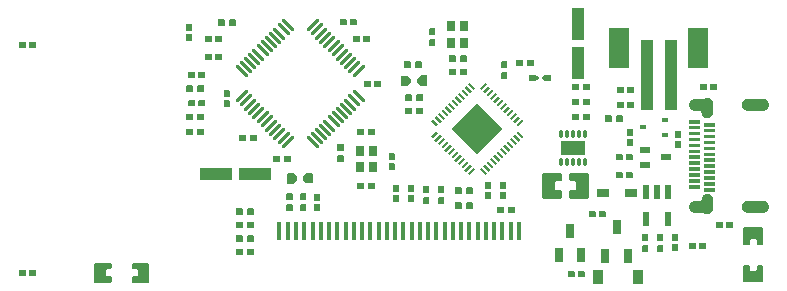
<source format=gtp>
G04 Layer: TopPasteMaskLayer*
G04 EasyEDA v6.5.48, 2025-04-05 08:48:53*
G04 1f2a1f73008143329cf71d76b7b06197,b9277fd2045942759ab1a28cc0c323af,10*
G04 Gerber Generator version 0.2*
G04 Scale: 100 percent, Rotated: No, Reflected: No *
G04 Dimensions in inches *
G04 leading zeros omitted , absolute positions ,3 integer and 6 decimal *
%FSLAX36Y36*%
%MOIN*%

%AMMACRO1*1,1,$1,$2,$3*1,1,$1,$4,$5*20,1,$1,$2,$3,$4,$5,0*%
%ADD10R,0.0394X0.0295*%
%ADD11R,0.0369X0.0197*%
%ADD12R,0.0236X0.0157*%
%ADD13R,0.0433X0.1102*%
%ADD14R,0.1102X0.0433*%
%ADD15R,0.0787X0.0472*%
%ADD16O,0.011024X0.031495999999999996*%
%ADD17R,0.0374X0.0453*%
%ADD18R,0.0276X0.0492*%
%ADD19R,0.0193X0.0456*%
%ADD20R,0.0193X0.0463*%
%ADD21R,0.0138X0.0630*%
%ADD22R,0.0315X0.0354*%
%ADD23R,0.0394X0.2362*%
%ADD24R,0.0709X0.1339*%
%ADD25MACRO1,0.0106X-0.0171X0.0171X0.0171X-0.0171*%
%ADD26MACRO1,0.0106X-0.0171X-0.0171X0.0171X0.0171*%
%ADD27C,0.0148*%

%LPD*%
G36*
X2631900Y2475640D02*
G01*
X2630320Y2474060D01*
X2630320Y2455940D01*
X2631900Y2454360D01*
X2651600Y2454360D01*
X2653180Y2455940D01*
X2653180Y2474060D01*
X2651600Y2475640D01*
G37*
G36*
X2598399Y2475640D02*
G01*
X2596820Y2474060D01*
X2596820Y2455940D01*
X2598399Y2454360D01*
X2618100Y2454360D01*
X2619680Y2455940D01*
X2619680Y2474060D01*
X2618100Y2475640D01*
G37*
G36*
X2631900Y2415640D02*
G01*
X2630320Y2414060D01*
X2630320Y2395940D01*
X2631900Y2394360D01*
X2651600Y2394360D01*
X2653180Y2395940D01*
X2653180Y2414060D01*
X2651600Y2415640D01*
G37*
G36*
X2598399Y2415640D02*
G01*
X2596820Y2414060D01*
X2596820Y2395940D01*
X2598399Y2394360D01*
X2618100Y2394360D01*
X2619680Y2395940D01*
X2619680Y2414060D01*
X2618100Y2415640D01*
G37*
G36*
X2795940Y2553180D02*
G01*
X2794360Y2551600D01*
X2794360Y2531880D01*
X2795940Y2530320D01*
X2814060Y2530320D01*
X2815640Y2531880D01*
X2815640Y2551600D01*
X2814060Y2553180D01*
G37*
G36*
X2795940Y2519680D02*
G01*
X2794360Y2518120D01*
X2794360Y2498400D01*
X2795940Y2496820D01*
X2814060Y2496820D01*
X2815640Y2498400D01*
X2815640Y2518120D01*
X2814060Y2519680D01*
G37*
G36*
X2635940Y2558180D02*
G01*
X2634360Y2556600D01*
X2634360Y2536880D01*
X2635940Y2535320D01*
X2654060Y2535320D01*
X2655640Y2536880D01*
X2655640Y2556600D01*
X2654060Y2558180D01*
G37*
G36*
X2635940Y2524680D02*
G01*
X2634360Y2523120D01*
X2634360Y2503400D01*
X2635940Y2501820D01*
X2654060Y2501820D01*
X2655640Y2503400D01*
X2655640Y2523120D01*
X2654060Y2524680D01*
G37*
G36*
X2355800Y2412520D02*
G01*
X2351860Y2408580D01*
X2351860Y2331420D01*
X2355800Y2327480D01*
X2413660Y2327480D01*
X2417600Y2331420D01*
X2417600Y2351600D01*
X2413660Y2355540D01*
X2398280Y2355540D01*
X2394340Y2359480D01*
X2394340Y2380520D01*
X2398280Y2384460D01*
X2413660Y2384460D01*
X2417600Y2388400D01*
X2417600Y2408580D01*
X2413660Y2412520D01*
G37*
G36*
X2446340Y2412520D02*
G01*
X2442400Y2408580D01*
X2442400Y2388400D01*
X2446340Y2384460D01*
X2461740Y2384460D01*
X2465680Y2380520D01*
X2465680Y2359480D01*
X2461740Y2355540D01*
X2446340Y2355540D01*
X2442400Y2351600D01*
X2442400Y2331420D01*
X2446340Y2327480D01*
X2504220Y2327480D01*
X2508160Y2331420D01*
X2508160Y2408580D01*
X2504220Y2412520D01*
G37*
G36*
X1565720Y2411820D02*
G01*
X1554940Y2400260D01*
X1554940Y2389380D01*
X1565720Y2377800D01*
X1585540Y2377800D01*
X1588060Y2380320D01*
X1588060Y2409300D01*
X1585540Y2411820D01*
G37*
G36*
X1504019Y2411380D02*
G01*
X1501500Y2408860D01*
X1501500Y2379880D01*
X1504019Y2377360D01*
X1523839Y2377360D01*
X1534620Y2388920D01*
X1534620Y2399820D01*
X1523839Y2411380D01*
G37*
G36*
X1884520Y2737200D02*
G01*
X1881980Y2734680D01*
X1881980Y2705700D01*
X1884520Y2703180D01*
X1904319Y2703180D01*
X1915120Y2714740D01*
X1915120Y2725620D01*
X1904319Y2737200D01*
G37*
G36*
X1946220Y2737640D02*
G01*
X1935420Y2726080D01*
X1935420Y2715179D01*
X1946220Y2703620D01*
X1966020Y2703620D01*
X1968540Y2706139D01*
X1968540Y2735120D01*
X1966020Y2737640D01*
G37*
G36*
X1905940Y2339680D02*
G01*
X1904360Y2338120D01*
X1904360Y2318400D01*
X1905940Y2316820D01*
X1924060Y2316820D01*
X1925640Y2318400D01*
X1925640Y2338120D01*
X1924060Y2339680D01*
G37*
G36*
X1905940Y2373180D02*
G01*
X1904360Y2371600D01*
X1904360Y2351880D01*
X1905940Y2350320D01*
X1924060Y2350320D01*
X1925640Y2351880D01*
X1925640Y2371600D01*
X1924060Y2373180D01*
G37*
G36*
X1855940Y2339680D02*
G01*
X1854360Y2338120D01*
X1854360Y2318400D01*
X1855940Y2316820D01*
X1874060Y2316820D01*
X1875640Y2318400D01*
X1875640Y2338120D01*
X1874060Y2339680D01*
G37*
G36*
X1855940Y2373180D02*
G01*
X1854360Y2371600D01*
X1854360Y2351880D01*
X1855940Y2350320D01*
X1874060Y2350320D01*
X1875640Y2351880D01*
X1875640Y2371600D01*
X1874060Y2373180D01*
G37*
G36*
X1590940Y2309680D02*
G01*
X1589360Y2308120D01*
X1589360Y2288400D01*
X1590940Y2286820D01*
X1609060Y2286820D01*
X1610640Y2288400D01*
X1610640Y2308120D01*
X1609060Y2309680D01*
G37*
G36*
X1590940Y2343180D02*
G01*
X1589360Y2341600D01*
X1589360Y2321880D01*
X1590940Y2320320D01*
X1609060Y2320320D01*
X1610640Y2321880D01*
X1610640Y2341600D01*
X1609060Y2343180D01*
G37*
G36*
X2471900Y2085640D02*
G01*
X2470320Y2084060D01*
X2470320Y2065940D01*
X2471900Y2064360D01*
X2491600Y2064360D01*
X2493180Y2065940D01*
X2493180Y2084060D01*
X2491600Y2085640D01*
G37*
G36*
X2438400Y2085640D02*
G01*
X2436820Y2084060D01*
X2436820Y2065940D01*
X2438400Y2064360D01*
X2458100Y2064360D01*
X2459680Y2065940D01*
X2459680Y2084060D01*
X2458100Y2085640D01*
G37*
G36*
X641880Y2090640D02*
G01*
X640320Y2089060D01*
X640320Y2070940D01*
X641880Y2069360D01*
X661600Y2069360D01*
X663180Y2070940D01*
X663180Y2089060D01*
X661600Y2090640D01*
G37*
G36*
X608400Y2090640D02*
G01*
X606820Y2089060D01*
X606820Y2070940D01*
X608400Y2069360D01*
X628120Y2069360D01*
X629680Y2070940D01*
X629680Y2089060D01*
X628120Y2090640D01*
G37*
G36*
X641880Y2850640D02*
G01*
X640320Y2849060D01*
X640320Y2830940D01*
X641880Y2829360D01*
X661600Y2829360D01*
X663180Y2830940D01*
X663180Y2849060D01*
X661600Y2850640D01*
G37*
G36*
X608400Y2850640D02*
G01*
X606820Y2849060D01*
X606820Y2830940D01*
X608400Y2829360D01*
X628120Y2829360D01*
X629680Y2830940D01*
X629680Y2849060D01*
X628120Y2850640D01*
G37*
G36*
X1711900Y2925640D02*
G01*
X1710320Y2924060D01*
X1710320Y2905940D01*
X1711900Y2904360D01*
X1731600Y2904360D01*
X1733180Y2905940D01*
X1733180Y2924060D01*
X1731600Y2925640D01*
G37*
G36*
X1678400Y2925640D02*
G01*
X1676819Y2924060D01*
X1676819Y2905940D01*
X1678400Y2904360D01*
X1698100Y2904360D01*
X1699680Y2905940D01*
X1699680Y2924060D01*
X1698100Y2925640D01*
G37*
G36*
X1758400Y2720640D02*
G01*
X1756819Y2719060D01*
X1756819Y2700940D01*
X1758400Y2699360D01*
X1778100Y2699360D01*
X1779680Y2700940D01*
X1779680Y2719060D01*
X1778100Y2720640D01*
G37*
G36*
X1791900Y2720640D02*
G01*
X1790320Y2719060D01*
X1790320Y2700940D01*
X1791900Y2699360D01*
X1811600Y2699360D01*
X1813180Y2700940D01*
X1813180Y2719060D01*
X1811600Y2720640D01*
G37*
G36*
X1840940Y2478180D02*
G01*
X1839360Y2476600D01*
X1839360Y2456880D01*
X1840940Y2455320D01*
X1859060Y2455320D01*
X1860640Y2456880D01*
X1860640Y2476600D01*
X1859060Y2478180D01*
G37*
G36*
X1840940Y2444680D02*
G01*
X1839360Y2443120D01*
X1839360Y2423400D01*
X1840940Y2421820D01*
X1859060Y2421820D01*
X1860640Y2423400D01*
X1860640Y2443120D01*
X1859060Y2444680D01*
G37*
G36*
X1290940Y2688180D02*
G01*
X1289360Y2686600D01*
X1289360Y2666880D01*
X1290940Y2665320D01*
X1309060Y2665320D01*
X1310640Y2666880D01*
X1310640Y2686600D01*
X1309060Y2688180D01*
G37*
G36*
X1290940Y2654680D02*
G01*
X1289360Y2653120D01*
X1289360Y2633399D01*
X1290940Y2631820D01*
X1309060Y2631820D01*
X1310640Y2633399D01*
X1310640Y2653120D01*
X1309060Y2654680D01*
G37*
G36*
X1261900Y2810640D02*
G01*
X1260320Y2809060D01*
X1260320Y2790940D01*
X1261900Y2789360D01*
X1281600Y2789360D01*
X1283180Y2790940D01*
X1283180Y2809060D01*
X1281600Y2810640D01*
G37*
G36*
X1228400Y2810640D02*
G01*
X1226820Y2809060D01*
X1226820Y2790940D01*
X1228400Y2789360D01*
X1248100Y2789360D01*
X1249680Y2790940D01*
X1249680Y2809060D01*
X1248100Y2810640D01*
G37*
G36*
X1261900Y2870640D02*
G01*
X1260320Y2869060D01*
X1260320Y2850940D01*
X1261900Y2849360D01*
X1281600Y2849360D01*
X1283180Y2850940D01*
X1283180Y2869060D01*
X1281600Y2870640D01*
G37*
G36*
X1228400Y2870640D02*
G01*
X1226820Y2869060D01*
X1226820Y2850940D01*
X1228400Y2849360D01*
X1248100Y2849360D01*
X1249680Y2850940D01*
X1249680Y2869060D01*
X1248100Y2870640D01*
G37*
G36*
X1173400Y2750640D02*
G01*
X1171820Y2749060D01*
X1171820Y2730940D01*
X1173400Y2729360D01*
X1193100Y2729360D01*
X1194680Y2730940D01*
X1194680Y2749060D01*
X1193100Y2750640D01*
G37*
G36*
X1206900Y2750640D02*
G01*
X1205320Y2749060D01*
X1205320Y2730940D01*
X1206900Y2729360D01*
X1226600Y2729360D01*
X1228180Y2730940D01*
X1228180Y2749060D01*
X1226600Y2750640D01*
G37*
G36*
X1173400Y2655640D02*
G01*
X1171820Y2654060D01*
X1171820Y2635940D01*
X1173400Y2634360D01*
X1193100Y2634360D01*
X1194680Y2635940D01*
X1194680Y2654060D01*
X1193100Y2655640D01*
G37*
G36*
X1206900Y2655640D02*
G01*
X1205320Y2654060D01*
X1205320Y2635940D01*
X1206900Y2634360D01*
X1226600Y2634360D01*
X1228180Y2635940D01*
X1228180Y2654060D01*
X1226600Y2655640D01*
G37*
G36*
X2160940Y2349680D02*
G01*
X2159360Y2348120D01*
X2159360Y2328400D01*
X2160940Y2326820D01*
X2179060Y2326820D01*
X2180640Y2328400D01*
X2180640Y2348120D01*
X2179060Y2349680D01*
G37*
G36*
X2160940Y2383180D02*
G01*
X2159360Y2381600D01*
X2159360Y2361880D01*
X2160940Y2360320D01*
X2179060Y2360320D01*
X2180640Y2361880D01*
X2180640Y2381600D01*
X2179060Y2383180D01*
G37*
G36*
X1756900Y2870640D02*
G01*
X1755320Y2869060D01*
X1755320Y2850940D01*
X1756900Y2849360D01*
X1776600Y2849360D01*
X1778180Y2850940D01*
X1778180Y2869060D01*
X1776600Y2870640D01*
G37*
G36*
X1723400Y2870640D02*
G01*
X1721819Y2869060D01*
X1721819Y2850940D01*
X1723400Y2849360D01*
X1743100Y2849360D01*
X1744680Y2850940D01*
X1744680Y2869060D01*
X1743100Y2870640D01*
G37*
G36*
X2785940Y2174680D02*
G01*
X2784360Y2173120D01*
X2784360Y2153400D01*
X2785940Y2151820D01*
X2804060Y2151820D01*
X2805640Y2153400D01*
X2805640Y2173120D01*
X2804060Y2174680D01*
G37*
G36*
X2785940Y2208180D02*
G01*
X2784360Y2206600D01*
X2784360Y2186880D01*
X2785940Y2185320D01*
X2804060Y2185320D01*
X2805640Y2186880D01*
X2805640Y2206600D01*
X2804060Y2208180D01*
G37*
G36*
X2636900Y2650640D02*
G01*
X2635320Y2649060D01*
X2635320Y2630940D01*
X2636900Y2629360D01*
X2656600Y2629360D01*
X2658180Y2630940D01*
X2658180Y2649060D01*
X2656600Y2650640D01*
G37*
G36*
X2603399Y2650640D02*
G01*
X2601820Y2649060D01*
X2601820Y2630940D01*
X2603399Y2629360D01*
X2623100Y2629360D01*
X2624680Y2630940D01*
X2624680Y2649060D01*
X2623100Y2650640D01*
G37*
G36*
X2603399Y2700640D02*
G01*
X2601820Y2699060D01*
X2601820Y2680940D01*
X2603399Y2679360D01*
X2623100Y2679360D01*
X2624680Y2680940D01*
X2624680Y2699060D01*
X2623100Y2700640D01*
G37*
G36*
X2636900Y2700640D02*
G01*
X2635320Y2699060D01*
X2635320Y2680940D01*
X2636900Y2679360D01*
X2656600Y2679360D01*
X2658180Y2680940D01*
X2658180Y2699060D01*
X2656600Y2700640D01*
G37*
G36*
X2966900Y2250640D02*
G01*
X2965320Y2249060D01*
X2965320Y2230940D01*
X2966900Y2229360D01*
X2986600Y2229360D01*
X2988180Y2230940D01*
X2988180Y2249060D01*
X2986600Y2250640D01*
G37*
G36*
X2933399Y2250640D02*
G01*
X2931820Y2249060D01*
X2931820Y2230940D01*
X2933399Y2229360D01*
X2953100Y2229360D01*
X2954680Y2230940D01*
X2954680Y2249060D01*
X2953100Y2250640D01*
G37*
G36*
X2911900Y2710640D02*
G01*
X2910320Y2709060D01*
X2910320Y2690940D01*
X2911900Y2689360D01*
X2931600Y2689360D01*
X2933180Y2690940D01*
X2933180Y2709060D01*
X2931600Y2710640D01*
G37*
G36*
X2878399Y2710640D02*
G01*
X2876820Y2709060D01*
X2876820Y2690940D01*
X2878399Y2689360D01*
X2898100Y2689360D01*
X2899680Y2690940D01*
X2899680Y2709060D01*
X2898100Y2710640D01*
G37*
G36*
X2541900Y2285640D02*
G01*
X2540320Y2284060D01*
X2540320Y2265940D01*
X2541900Y2264360D01*
X2561600Y2264360D01*
X2563180Y2265940D01*
X2563180Y2284060D01*
X2561600Y2285640D01*
G37*
G36*
X2508400Y2285640D02*
G01*
X2506820Y2284060D01*
X2506820Y2265940D01*
X2508400Y2264360D01*
X2528100Y2264360D01*
X2529680Y2265940D01*
X2529680Y2284060D01*
X2528100Y2285640D01*
G37*
G36*
X2210940Y2349680D02*
G01*
X2209360Y2348120D01*
X2209360Y2328400D01*
X2210940Y2326820D01*
X2229060Y2326820D01*
X2230640Y2328400D01*
X2230640Y2348120D01*
X2229060Y2349680D01*
G37*
G36*
X2210940Y2383180D02*
G01*
X2209360Y2381600D01*
X2209360Y2361880D01*
X2210940Y2360320D01*
X2229060Y2360320D01*
X2230640Y2361880D01*
X2230640Y2381600D01*
X2229060Y2383180D01*
G37*
G36*
X2843399Y2180640D02*
G01*
X2841820Y2179060D01*
X2841820Y2160940D01*
X2843399Y2159360D01*
X2863100Y2159360D01*
X2864680Y2160940D01*
X2864680Y2179060D01*
X2863100Y2180640D01*
G37*
G36*
X2876900Y2180640D02*
G01*
X2875320Y2179060D01*
X2875320Y2160940D01*
X2876900Y2159360D01*
X2896600Y2159360D01*
X2898180Y2160940D01*
X2898180Y2179060D01*
X2896600Y2180640D01*
G37*
G36*
X1165940Y2908180D02*
G01*
X1164360Y2906600D01*
X1164360Y2886880D01*
X1165940Y2885320D01*
X1184060Y2885320D01*
X1185640Y2886880D01*
X1185640Y2906600D01*
X1184060Y2908180D01*
G37*
G36*
X1165940Y2874680D02*
G01*
X1164360Y2873120D01*
X1164360Y2853399D01*
X1165940Y2851820D01*
X1184060Y2851820D01*
X1185640Y2853399D01*
X1185640Y2873120D01*
X1184060Y2874680D01*
G37*
G36*
X2839420Y2372560D02*
G01*
X2839420Y2360740D01*
X2876820Y2360740D01*
X2876820Y2372560D01*
G37*
G36*
X2839420Y2392240D02*
G01*
X2839420Y2380420D01*
X2876820Y2380420D01*
X2876820Y2392240D01*
G37*
G36*
X2839420Y2411920D02*
G01*
X2839420Y2400120D01*
X2876820Y2400120D01*
X2876820Y2411920D01*
G37*
G36*
X2839420Y2431620D02*
G01*
X2839420Y2419800D01*
X2876820Y2419800D01*
X2876820Y2431620D01*
G37*
G36*
X2839420Y2451300D02*
G01*
X2839420Y2439480D01*
X2876820Y2439480D01*
X2876820Y2451300D01*
G37*
G36*
X2839420Y2470980D02*
G01*
X2839420Y2459160D01*
X2876820Y2459160D01*
X2876820Y2470980D01*
G37*
G36*
X2839420Y2490660D02*
G01*
X2839420Y2478860D01*
X2876820Y2478860D01*
X2876820Y2490660D01*
G37*
G36*
X2839420Y2510360D02*
G01*
X2839420Y2498540D01*
X2876820Y2498540D01*
X2876820Y2510360D01*
G37*
G36*
X2839420Y2530040D02*
G01*
X2839420Y2518220D01*
X2876820Y2518220D01*
X2876820Y2530040D01*
G37*
G36*
X2839420Y2549720D02*
G01*
X2839420Y2537900D01*
X2876820Y2537900D01*
X2876820Y2549720D01*
G37*
G36*
X2839420Y2569400D02*
G01*
X2839420Y2557600D01*
X2876820Y2557600D01*
X2876820Y2569400D01*
G37*
G36*
X2839420Y2589100D02*
G01*
X2839420Y2577280D01*
X2876820Y2577280D01*
X2876820Y2589100D01*
G37*
G36*
X2890600Y2579240D02*
G01*
X2890600Y2567440D01*
X2928000Y2567440D01*
X2928000Y2579240D01*
G37*
G36*
X2890600Y2559560D02*
G01*
X2890600Y2547760D01*
X2928000Y2547760D01*
X2928000Y2559560D01*
G37*
G36*
X2890600Y2539880D02*
G01*
X2890600Y2528060D01*
X2928000Y2528060D01*
X2928000Y2539880D01*
G37*
G36*
X2890600Y2520200D02*
G01*
X2890600Y2508380D01*
X2928000Y2508380D01*
X2928000Y2520200D01*
G37*
G36*
X2890600Y2500500D02*
G01*
X2890600Y2488700D01*
X2928000Y2488700D01*
X2928000Y2500500D01*
G37*
G36*
X2890600Y2480820D02*
G01*
X2890600Y2469020D01*
X2928000Y2469020D01*
X2928000Y2480820D01*
G37*
G36*
X2890600Y2461140D02*
G01*
X2890600Y2449320D01*
X2928000Y2449320D01*
X2928000Y2461140D01*
G37*
G36*
X2890600Y2441460D02*
G01*
X2890600Y2429640D01*
X2928000Y2429640D01*
X2928000Y2441460D01*
G37*
G36*
X2890600Y2421760D02*
G01*
X2890600Y2409960D01*
X2928000Y2409960D01*
X2928000Y2421760D01*
G37*
G36*
X2890600Y2402080D02*
G01*
X2890600Y2390280D01*
X2928000Y2390280D01*
X2928000Y2402080D01*
G37*
G36*
X2890600Y2382400D02*
G01*
X2890600Y2370580D01*
X2928000Y2370580D01*
X2928000Y2382400D01*
G37*
G36*
X2890600Y2362720D02*
G01*
X2890600Y2350900D01*
X2928000Y2350900D01*
X2928000Y2362720D01*
G37*
G36*
X3036280Y2319600D02*
G01*
X3034320Y2319500D01*
X3032380Y2319220D01*
X3030480Y2318740D01*
X3028639Y2318060D01*
X3026860Y2317200D01*
X3025200Y2316180D01*
X3023620Y2315000D01*
X3022180Y2313660D01*
X3020880Y2312200D01*
X3019740Y2310600D01*
X3018759Y2308900D01*
X3017960Y2307120D01*
X3017340Y2305260D01*
X3016900Y2303340D01*
X3016640Y2301400D01*
X3016600Y2299420D01*
X3016740Y2297480D01*
X3017080Y2295540D01*
X3017620Y2293660D01*
X3018340Y2291820D01*
X3019240Y2290080D01*
X3020299Y2288420D01*
X3021520Y2286900D01*
X3022900Y2285480D01*
X3024400Y2284220D01*
X3026019Y2283120D01*
X3027740Y2282180D01*
X3029540Y2281420D01*
X3031420Y2280840D01*
X3033340Y2280460D01*
X3035299Y2280260D01*
X3087460Y2280240D01*
X3089420Y2280340D01*
X3091360Y2280620D01*
X3093260Y2281100D01*
X3095100Y2281780D01*
X3096880Y2282640D01*
X3098540Y2283660D01*
X3100120Y2284840D01*
X3101560Y2286180D01*
X3102860Y2287640D01*
X3104000Y2289240D01*
X3104980Y2290940D01*
X3105779Y2292720D01*
X3106400Y2294580D01*
X3106840Y2296500D01*
X3107100Y2298440D01*
X3107140Y2300420D01*
X3107000Y2302360D01*
X3106660Y2304300D01*
X3106120Y2306180D01*
X3105400Y2308020D01*
X3104500Y2309760D01*
X3103440Y2311420D01*
X3102220Y2312940D01*
X3100860Y2314340D01*
X3099340Y2315620D01*
X3097720Y2316720D01*
X3096000Y2317660D01*
X3094200Y2318420D01*
X3092320Y2319000D01*
X3090400Y2319380D01*
X3088440Y2319580D01*
G37*
G36*
X3036280Y2659760D02*
G01*
X3034320Y2659660D01*
X3032380Y2659380D01*
X3030480Y2658900D01*
X3028639Y2658220D01*
X3026860Y2657360D01*
X3025200Y2656340D01*
X3023620Y2655160D01*
X3022180Y2653820D01*
X3020880Y2652360D01*
X3019740Y2650760D01*
X3018759Y2649060D01*
X3017960Y2647280D01*
X3017340Y2645419D01*
X3016900Y2643500D01*
X3016640Y2641560D01*
X3016600Y2639580D01*
X3016740Y2637640D01*
X3017080Y2635700D01*
X3017620Y2633820D01*
X3018340Y2631980D01*
X3019240Y2630240D01*
X3020299Y2628580D01*
X3021520Y2627060D01*
X3022900Y2625659D01*
X3024400Y2624380D01*
X3026019Y2623279D01*
X3027740Y2622340D01*
X3029540Y2621580D01*
X3031420Y2621000D01*
X3033340Y2620620D01*
X3035299Y2620419D01*
X3087460Y2620400D01*
X3089420Y2620500D01*
X3091360Y2620779D01*
X3093260Y2621259D01*
X3095100Y2621940D01*
X3096880Y2622799D01*
X3098540Y2623820D01*
X3100120Y2625000D01*
X3101560Y2626340D01*
X3102860Y2627799D01*
X3104000Y2629400D01*
X3104980Y2631100D01*
X3105779Y2632880D01*
X3106400Y2634740D01*
X3106840Y2636660D01*
X3107100Y2638600D01*
X3107140Y2640580D01*
X3107000Y2642520D01*
X3106660Y2644460D01*
X3106120Y2646340D01*
X3105400Y2648180D01*
X3104500Y2649920D01*
X3103440Y2651580D01*
X3102220Y2653100D01*
X3100860Y2654520D01*
X3099340Y2655779D01*
X3097720Y2656880D01*
X3096000Y2657820D01*
X3094200Y2658580D01*
X3092320Y2659160D01*
X3090400Y2659540D01*
X3088440Y2659740D01*
G37*
G36*
X2901700Y2662760D02*
G01*
X2899760Y2662620D01*
X2897820Y2662280D01*
X2895940Y2661740D01*
X2894100Y2661019D01*
X2891640Y2659680D01*
X2860320Y2659660D01*
X2858360Y2659460D01*
X2856440Y2659080D01*
X2854560Y2658500D01*
X2852760Y2657740D01*
X2851040Y2656800D01*
X2849420Y2655700D01*
X2847919Y2654440D01*
X2846540Y2653020D01*
X2845320Y2651500D01*
X2844260Y2649840D01*
X2843360Y2648100D01*
X2842640Y2646259D01*
X2842100Y2644380D01*
X2841760Y2642440D01*
X2841620Y2640500D01*
X2841660Y2638519D01*
X2841920Y2636580D01*
X2842340Y2634660D01*
X2842980Y2632799D01*
X2843780Y2631019D01*
X2844760Y2629320D01*
X2845899Y2627720D01*
X2847200Y2626259D01*
X2848639Y2624920D01*
X2850200Y2623740D01*
X2851880Y2622720D01*
X2853660Y2621860D01*
X2855500Y2621200D01*
X2857400Y2620700D01*
X2859340Y2620419D01*
X2861300Y2620320D01*
X2882520Y2620320D01*
X2882540Y2614540D01*
X2882740Y2612580D01*
X2883120Y2610659D01*
X2883700Y2608780D01*
X2884460Y2606980D01*
X2885400Y2605260D01*
X2886500Y2603639D01*
X2887780Y2602140D01*
X2889180Y2600760D01*
X2890700Y2599540D01*
X2892360Y2598480D01*
X2894100Y2597580D01*
X2895940Y2596860D01*
X2897820Y2596320D01*
X2899760Y2595980D01*
X2901700Y2595840D01*
X2903680Y2595899D01*
X2905620Y2596139D01*
X2907540Y2596580D01*
X2909400Y2597200D01*
X2911180Y2598000D01*
X2912880Y2598980D01*
X2914480Y2600140D01*
X2915940Y2601420D01*
X2917280Y2602860D01*
X2918460Y2604440D01*
X2919480Y2606100D01*
X2920340Y2607880D01*
X2921000Y2609720D01*
X2921500Y2611620D01*
X2921780Y2613560D01*
X2921880Y2615520D01*
X2921860Y2644060D01*
X2921660Y2646019D01*
X2921280Y2647940D01*
X2920700Y2649820D01*
X2919940Y2651620D01*
X2919000Y2653340D01*
X2917900Y2654960D01*
X2916620Y2656460D01*
X2915220Y2657840D01*
X2913700Y2659060D01*
X2912040Y2660120D01*
X2910299Y2661019D01*
X2908460Y2661740D01*
X2906580Y2662280D01*
X2904640Y2662620D01*
G37*
G36*
X2901700Y2342760D02*
G01*
X2899760Y2342620D01*
X2897820Y2342280D01*
X2895940Y2341740D01*
X2894100Y2341020D01*
X2892360Y2340120D01*
X2890700Y2339060D01*
X2889180Y2337840D01*
X2887780Y2336460D01*
X2886500Y2334960D01*
X2885400Y2333340D01*
X2884460Y2331620D01*
X2883700Y2329820D01*
X2883120Y2327940D01*
X2882740Y2326020D01*
X2882540Y2324060D01*
X2882520Y2319680D01*
X2860320Y2319660D01*
X2858360Y2319460D01*
X2856440Y2319080D01*
X2854560Y2318500D01*
X2852760Y2317740D01*
X2851040Y2316800D01*
X2849420Y2315700D01*
X2847919Y2314440D01*
X2846540Y2313020D01*
X2845320Y2311500D01*
X2844260Y2309840D01*
X2843360Y2308100D01*
X2842640Y2306260D01*
X2842100Y2304380D01*
X2841760Y2302440D01*
X2841620Y2300500D01*
X2841660Y2298520D01*
X2841920Y2296580D01*
X2842340Y2294660D01*
X2842980Y2292800D01*
X2843780Y2291020D01*
X2844760Y2289320D01*
X2845899Y2287720D01*
X2847200Y2286260D01*
X2848639Y2284920D01*
X2850200Y2283740D01*
X2851880Y2282720D01*
X2853660Y2281860D01*
X2855500Y2281200D01*
X2857400Y2280700D01*
X2859340Y2280420D01*
X2861300Y2280320D01*
X2889700Y2280320D01*
X2890700Y2279540D01*
X2892360Y2278480D01*
X2894100Y2277580D01*
X2895940Y2276860D01*
X2897820Y2276320D01*
X2899760Y2275980D01*
X2901700Y2275840D01*
X2903680Y2275900D01*
X2905620Y2276140D01*
X2907540Y2276580D01*
X2909400Y2277200D01*
X2911180Y2278000D01*
X2912880Y2278980D01*
X2914480Y2280140D01*
X2915940Y2281420D01*
X2917280Y2282860D01*
X2918460Y2284440D01*
X2919480Y2286100D01*
X2920340Y2287880D01*
X2921000Y2289720D01*
X2921500Y2291620D01*
X2921780Y2293560D01*
X2921880Y2295520D01*
X2921860Y2324060D01*
X2921660Y2326020D01*
X2921280Y2327940D01*
X2920700Y2329820D01*
X2919940Y2331620D01*
X2919000Y2333340D01*
X2917900Y2334960D01*
X2916620Y2336460D01*
X2915220Y2337840D01*
X2913700Y2339060D01*
X2912040Y2340120D01*
X2910299Y2341020D01*
X2908460Y2341740D01*
X2906580Y2342280D01*
X2904640Y2342620D01*
G37*
G36*
X2489840Y2610820D02*
G01*
X2487080Y2608860D01*
X2487080Y2591139D01*
X2489840Y2589180D01*
X2508740Y2589180D01*
X2510700Y2591139D01*
X2510700Y2608860D01*
X2508740Y2610820D01*
G37*
G36*
X2451260Y2610820D02*
G01*
X2449300Y2608860D01*
X2449300Y2591139D01*
X2451260Y2589180D01*
X2470160Y2589180D01*
X2472920Y2591139D01*
X2472920Y2608860D01*
X2470160Y2610820D01*
G37*
G36*
X2561259Y2605820D02*
G01*
X2559300Y2603860D01*
X2559300Y2586139D01*
X2561259Y2584180D01*
X2580160Y2584180D01*
X2582919Y2586139D01*
X2582919Y2603860D01*
X2580160Y2605820D01*
G37*
G36*
X2599840Y2605820D02*
G01*
X2597080Y2603860D01*
X2597080Y2586139D01*
X2599840Y2584180D01*
X2618740Y2584180D01*
X2620700Y2586139D01*
X2620700Y2603860D01*
X2618740Y2605820D01*
G37*
G36*
X2360900Y2740640D02*
G01*
X2350320Y2733399D01*
X2350320Y2726600D01*
X2360900Y2719360D01*
X2380440Y2719360D01*
X2382020Y2720940D01*
X2382020Y2739060D01*
X2380440Y2740640D01*
G37*
G36*
X2309560Y2740640D02*
G01*
X2307980Y2739060D01*
X2307980Y2720940D01*
X2309560Y2719360D01*
X2329100Y2719360D01*
X2339680Y2726600D01*
X2339680Y2733399D01*
X2329100Y2740640D01*
G37*
G36*
X2736139Y2210700D02*
G01*
X2734180Y2208740D01*
X2734180Y2189840D01*
X2736139Y2187080D01*
X2753860Y2187080D01*
X2755820Y2189840D01*
X2755820Y2208740D01*
X2753860Y2210700D01*
G37*
G36*
X2736139Y2172920D02*
G01*
X2734180Y2170160D01*
X2734180Y2151260D01*
X2736139Y2149300D01*
X2753860Y2149300D01*
X2755820Y2151260D01*
X2755820Y2170160D01*
X2753860Y2172920D01*
G37*
G36*
X1976140Y2895700D02*
G01*
X1974180Y2893740D01*
X1974180Y2874840D01*
X1976140Y2872080D01*
X1993860Y2872080D01*
X1995820Y2874840D01*
X1995820Y2893740D01*
X1993860Y2895700D01*
G37*
G36*
X1976140Y2857919D02*
G01*
X1974180Y2855160D01*
X1974180Y2836259D01*
X1976140Y2834300D01*
X1993860Y2834300D01*
X1995820Y2836259D01*
X1995820Y2855160D01*
X1993860Y2857919D01*
G37*
G36*
X2079840Y2805820D02*
G01*
X2077080Y2803860D01*
X2077080Y2786139D01*
X2079840Y2784180D01*
X2098740Y2784180D01*
X2100700Y2786139D01*
X2100700Y2803860D01*
X2098740Y2805820D01*
G37*
G36*
X2041260Y2805820D02*
G01*
X2039300Y2803860D01*
X2039300Y2786139D01*
X2041260Y2784180D01*
X2060160Y2784180D01*
X2062920Y2786139D01*
X2062920Y2803860D01*
X2060160Y2805820D01*
G37*
G36*
X2201260Y2300820D02*
G01*
X2199300Y2298860D01*
X2199300Y2281140D01*
X2201260Y2279180D01*
X2220160Y2279180D01*
X2222920Y2281140D01*
X2222920Y2298860D01*
X2220160Y2300820D01*
G37*
G36*
X2239840Y2300820D02*
G01*
X2237080Y2298860D01*
X2237080Y2281140D01*
X2239840Y2279180D01*
X2258740Y2279180D01*
X2260700Y2281140D01*
X2260700Y2298860D01*
X2258740Y2300820D01*
G37*
G36*
X2099840Y2315820D02*
G01*
X2097080Y2313860D01*
X2097080Y2296140D01*
X2099840Y2294180D01*
X2118740Y2294180D01*
X2120700Y2296140D01*
X2120700Y2313860D01*
X2118740Y2315820D01*
G37*
G36*
X2061260Y2315820D02*
G01*
X2059300Y2313860D01*
X2059300Y2296140D01*
X2061260Y2294180D01*
X2080160Y2294180D01*
X2082920Y2296140D01*
X2082920Y2313860D01*
X2080160Y2315820D01*
G37*
G36*
X2006140Y2370700D02*
G01*
X2004180Y2368740D01*
X2004180Y2349840D01*
X2006140Y2347080D01*
X2023860Y2347080D01*
X2025820Y2349840D01*
X2025820Y2368740D01*
X2023860Y2370700D01*
G37*
G36*
X2006140Y2332920D02*
G01*
X2004180Y2330160D01*
X2004180Y2311260D01*
X2006140Y2309300D01*
X2023860Y2309300D01*
X2025820Y2311260D01*
X2025820Y2330160D01*
X2023860Y2332920D01*
G37*
G36*
X1956140Y2370700D02*
G01*
X1954180Y2368740D01*
X1954180Y2349840D01*
X1956140Y2347080D01*
X1973860Y2347080D01*
X1975820Y2349840D01*
X1975820Y2368740D01*
X1973860Y2370700D01*
G37*
G36*
X1956140Y2332920D02*
G01*
X1954180Y2330160D01*
X1954180Y2311260D01*
X1956140Y2309300D01*
X1973860Y2309300D01*
X1975820Y2311260D01*
X1975820Y2330160D01*
X1973860Y2332920D01*
G37*
G36*
X1546140Y2345700D02*
G01*
X1544180Y2343740D01*
X1544180Y2324840D01*
X1546140Y2322080D01*
X1563860Y2322080D01*
X1565820Y2324840D01*
X1565820Y2343740D01*
X1563860Y2345700D01*
G37*
G36*
X1546140Y2307920D02*
G01*
X1544180Y2305160D01*
X1544180Y2286260D01*
X1546140Y2284300D01*
X1563860Y2284300D01*
X1565820Y2286260D01*
X1565820Y2305160D01*
X1563860Y2307920D01*
G37*
G36*
X1501140Y2345700D02*
G01*
X1499180Y2343740D01*
X1499180Y2324840D01*
X1501140Y2322080D01*
X1518860Y2322080D01*
X1520820Y2324840D01*
X1520820Y2343740D01*
X1518860Y2345700D01*
G37*
G36*
X1501140Y2307920D02*
G01*
X1499180Y2305160D01*
X1499180Y2286260D01*
X1501140Y2284300D01*
X1518860Y2284300D01*
X1520820Y2286260D01*
X1520820Y2305160D01*
X1518860Y2307920D01*
G37*
G36*
X1671140Y2472920D02*
G01*
X1669180Y2470160D01*
X1669180Y2451260D01*
X1671140Y2449300D01*
X1688860Y2449300D01*
X1690820Y2451260D01*
X1690820Y2470160D01*
X1688860Y2472920D01*
G37*
G36*
X1671140Y2510700D02*
G01*
X1669180Y2508740D01*
X1669180Y2489840D01*
X1671140Y2487080D01*
X1688860Y2487080D01*
X1690820Y2489840D01*
X1690820Y2508740D01*
X1688860Y2510700D01*
G37*
G36*
X1379840Y2540820D02*
G01*
X1377080Y2538860D01*
X1377080Y2521140D01*
X1379840Y2519180D01*
X1398740Y2519180D01*
X1400700Y2521140D01*
X1400700Y2538860D01*
X1398740Y2540820D01*
G37*
G36*
X1341260Y2540820D02*
G01*
X1339300Y2538860D01*
X1339300Y2521140D01*
X1341260Y2519180D01*
X1360160Y2519180D01*
X1362920Y2521140D01*
X1362920Y2538860D01*
X1360160Y2540820D01*
G37*
G36*
X1456260Y2470820D02*
G01*
X1454300Y2468860D01*
X1454300Y2451140D01*
X1456260Y2449180D01*
X1475160Y2449180D01*
X1477920Y2451140D01*
X1477920Y2468860D01*
X1475160Y2470820D01*
G37*
G36*
X1494840Y2470820D02*
G01*
X1492080Y2468860D01*
X1492080Y2451140D01*
X1494840Y2449180D01*
X1513740Y2449180D01*
X1515700Y2451140D01*
X1515700Y2468860D01*
X1513740Y2470820D01*
G37*
G36*
X1736260Y2380820D02*
G01*
X1734300Y2378860D01*
X1734300Y2361140D01*
X1736260Y2359180D01*
X1755160Y2359180D01*
X1757920Y2361140D01*
X1757920Y2378860D01*
X1755160Y2380820D01*
G37*
G36*
X1774840Y2380820D02*
G01*
X1772080Y2378860D01*
X1772080Y2361140D01*
X1774840Y2359180D01*
X1793740Y2359180D01*
X1795700Y2361140D01*
X1795700Y2378860D01*
X1793740Y2380820D01*
G37*
G36*
X1774840Y2560820D02*
G01*
X1772080Y2558860D01*
X1772080Y2541140D01*
X1774840Y2539180D01*
X1793740Y2539180D01*
X1795700Y2541140D01*
X1795700Y2558860D01*
X1793740Y2560820D01*
G37*
G36*
X1736260Y2560820D02*
G01*
X1734300Y2558860D01*
X1734300Y2541140D01*
X1736260Y2539180D01*
X1755160Y2539180D01*
X1757920Y2541140D01*
X1757920Y2558860D01*
X1755160Y2560820D01*
G37*
G36*
X1369840Y2295820D02*
G01*
X1367080Y2293860D01*
X1367080Y2276140D01*
X1369840Y2274180D01*
X1388740Y2274180D01*
X1390700Y2276140D01*
X1390700Y2293860D01*
X1388740Y2295820D01*
G37*
G36*
X1331260Y2295820D02*
G01*
X1329300Y2293860D01*
X1329300Y2276140D01*
X1331260Y2274180D01*
X1350160Y2274180D01*
X1352920Y2276140D01*
X1352920Y2293860D01*
X1350160Y2295820D01*
G37*
G36*
X1369840Y2250820D02*
G01*
X1367080Y2248860D01*
X1367080Y2231140D01*
X1369840Y2229180D01*
X1388740Y2229180D01*
X1390700Y2231140D01*
X1390700Y2248860D01*
X1388740Y2250820D01*
G37*
G36*
X1331260Y2250820D02*
G01*
X1329300Y2248860D01*
X1329300Y2231140D01*
X1331260Y2229180D01*
X1350160Y2229180D01*
X1352920Y2231140D01*
X1352920Y2248860D01*
X1350160Y2250820D01*
G37*
G36*
X1369840Y2205820D02*
G01*
X1367080Y2203860D01*
X1367080Y2186140D01*
X1369840Y2184180D01*
X1388740Y2184180D01*
X1390700Y2186140D01*
X1390700Y2203860D01*
X1388740Y2205820D01*
G37*
G36*
X1331260Y2205820D02*
G01*
X1329300Y2203860D01*
X1329300Y2186140D01*
X1331260Y2184180D01*
X1350160Y2184180D01*
X1352920Y2186140D01*
X1352920Y2203860D01*
X1350160Y2205820D01*
G37*
G36*
X1369840Y2160820D02*
G01*
X1367080Y2158860D01*
X1367080Y2141140D01*
X1369840Y2139180D01*
X1388740Y2139180D01*
X1390700Y2141140D01*
X1390700Y2158860D01*
X1388740Y2160820D01*
G37*
G36*
X1331260Y2160820D02*
G01*
X1329300Y2158860D01*
X1329300Y2141140D01*
X1331260Y2139180D01*
X1350160Y2139180D01*
X1352920Y2141140D01*
X1352920Y2158860D01*
X1350160Y2160820D01*
G37*
G36*
X1204840Y2610820D02*
G01*
X1202080Y2608860D01*
X1202080Y2591139D01*
X1204840Y2589180D01*
X1223740Y2589180D01*
X1225700Y2591139D01*
X1225700Y2608860D01*
X1223740Y2610820D01*
G37*
G36*
X1166260Y2610820D02*
G01*
X1164300Y2608860D01*
X1164300Y2591139D01*
X1166260Y2589180D01*
X1185160Y2589180D01*
X1187920Y2591139D01*
X1187920Y2608860D01*
X1185160Y2610820D01*
G37*
G36*
X1204840Y2705820D02*
G01*
X1202080Y2703860D01*
X1202080Y2686139D01*
X1204840Y2684180D01*
X1223740Y2684180D01*
X1225700Y2686139D01*
X1225700Y2703860D01*
X1223740Y2705820D01*
G37*
G36*
X1166260Y2705820D02*
G01*
X1164300Y2703860D01*
X1164300Y2686139D01*
X1166260Y2684180D01*
X1185160Y2684180D01*
X1187920Y2686139D01*
X1187920Y2703860D01*
X1185160Y2705820D01*
G37*
G36*
X1204840Y2560820D02*
G01*
X1202080Y2558860D01*
X1202080Y2541140D01*
X1204840Y2539180D01*
X1223740Y2539180D01*
X1225700Y2541140D01*
X1225700Y2558860D01*
X1223740Y2560820D01*
G37*
G36*
X1166260Y2560820D02*
G01*
X1164300Y2558860D01*
X1164300Y2541140D01*
X1166260Y2539180D01*
X1185160Y2539180D01*
X1187920Y2541140D01*
X1187920Y2558860D01*
X1185160Y2560820D01*
G37*
G36*
X2061260Y2365820D02*
G01*
X2059300Y2363860D01*
X2059300Y2346140D01*
X2061260Y2344180D01*
X2080160Y2344180D01*
X2082920Y2346140D01*
X2082920Y2363860D01*
X2080160Y2365820D01*
G37*
G36*
X2099840Y2365820D02*
G01*
X2097080Y2363860D01*
X2097080Y2346140D01*
X2099840Y2344180D01*
X2118740Y2344180D01*
X2120700Y2346140D01*
X2120700Y2363860D01*
X2118740Y2365820D01*
G37*
G36*
X2079840Y2760820D02*
G01*
X2077080Y2758860D01*
X2077080Y2741139D01*
X2079840Y2739180D01*
X2098740Y2739180D01*
X2100700Y2741139D01*
X2100700Y2758860D01*
X2098740Y2760820D01*
G37*
G36*
X2041260Y2760820D02*
G01*
X2039300Y2758860D01*
X2039300Y2741139D01*
X2041260Y2739180D01*
X2060160Y2739180D01*
X2062920Y2741139D01*
X2062920Y2758860D01*
X2060160Y2760820D01*
G37*
G36*
X1896260Y2630820D02*
G01*
X1894300Y2628860D01*
X1894300Y2611139D01*
X1896260Y2609180D01*
X1915160Y2609180D01*
X1917920Y2611139D01*
X1917920Y2628860D01*
X1915160Y2630820D01*
G37*
G36*
X1934840Y2630820D02*
G01*
X1932080Y2628860D01*
X1932080Y2611139D01*
X1934840Y2609180D01*
X1953740Y2609180D01*
X1955700Y2611139D01*
X1955700Y2628860D01*
X1953740Y2630820D01*
G37*
G36*
X1896260Y2675820D02*
G01*
X1894300Y2673860D01*
X1894300Y2656139D01*
X1896260Y2654180D01*
X1915160Y2654180D01*
X1917920Y2656139D01*
X1917920Y2673860D01*
X1915160Y2675820D01*
G37*
G36*
X1934840Y2675820D02*
G01*
X1932080Y2673860D01*
X1932080Y2656139D01*
X1934840Y2654180D01*
X1953740Y2654180D01*
X1955700Y2656139D01*
X1955700Y2673860D01*
X1953740Y2675820D01*
G37*
G36*
X1891260Y2785820D02*
G01*
X1889300Y2783860D01*
X1889300Y2766139D01*
X1891260Y2764180D01*
X1910160Y2764180D01*
X1912920Y2766139D01*
X1912920Y2783860D01*
X1910160Y2785820D01*
G37*
G36*
X1929840Y2785820D02*
G01*
X1927080Y2783860D01*
X1927080Y2766139D01*
X1929840Y2764180D01*
X1948740Y2764180D01*
X1950700Y2766139D01*
X1950700Y2783860D01*
X1948740Y2785820D01*
G37*
G36*
X2266260Y2790820D02*
G01*
X2264300Y2788860D01*
X2264300Y2771139D01*
X2266260Y2769180D01*
X2285160Y2769180D01*
X2287920Y2771139D01*
X2287920Y2788860D01*
X2285160Y2790820D01*
G37*
G36*
X2304840Y2790820D02*
G01*
X2302080Y2788860D01*
X2302080Y2771139D01*
X2304840Y2769180D01*
X2323740Y2769180D01*
X2325700Y2771139D01*
X2325700Y2788860D01*
X2323740Y2790820D01*
G37*
G36*
X2216140Y2747919D02*
G01*
X2214180Y2745160D01*
X2214180Y2726259D01*
X2216140Y2724300D01*
X2233860Y2724300D01*
X2235820Y2726259D01*
X2235820Y2745160D01*
X2233860Y2747919D01*
G37*
G36*
X2216140Y2785700D02*
G01*
X2214180Y2783740D01*
X2214180Y2764840D01*
X2216140Y2762080D01*
X2233860Y2762080D01*
X2235820Y2764840D01*
X2235820Y2783740D01*
X2233860Y2785700D01*
G37*
G36*
X2686139Y2172920D02*
G01*
X2684180Y2170160D01*
X2684180Y2151260D01*
X2686139Y2149300D01*
X2703860Y2149300D01*
X2705820Y2151260D01*
X2705820Y2170160D01*
X2703860Y2172920D01*
G37*
G36*
X2686139Y2210700D02*
G01*
X2684180Y2208740D01*
X2684180Y2189840D01*
X2686139Y2187080D01*
X2703860Y2187080D01*
X2705820Y2189840D01*
X2705820Y2208740D01*
X2703860Y2210700D01*
G37*
G36*
X2451260Y2660820D02*
G01*
X2449300Y2658860D01*
X2449300Y2641139D01*
X2451260Y2639180D01*
X2470160Y2639180D01*
X2472920Y2641139D01*
X2472920Y2658860D01*
X2470160Y2660820D01*
G37*
G36*
X2489840Y2660820D02*
G01*
X2487080Y2658860D01*
X2487080Y2641139D01*
X2489840Y2639180D01*
X2508740Y2639180D01*
X2510700Y2641139D01*
X2510700Y2658860D01*
X2508740Y2660820D01*
G37*
G36*
X2489840Y2710820D02*
G01*
X2487080Y2708860D01*
X2487080Y2691139D01*
X2489840Y2689180D01*
X2508740Y2689180D01*
X2510700Y2691139D01*
X2510700Y2708860D01*
X2508740Y2710820D01*
G37*
G36*
X2451260Y2710820D02*
G01*
X2449300Y2708860D01*
X2449300Y2691139D01*
X2451260Y2689180D01*
X2470160Y2689180D01*
X2472920Y2691139D01*
X2472920Y2708860D01*
X2470160Y2710820D01*
G37*
G36*
X1309840Y2925820D02*
G01*
X1307080Y2923860D01*
X1307080Y2906139D01*
X1309840Y2904180D01*
X1328740Y2904180D01*
X1330700Y2906139D01*
X1330700Y2923860D01*
X1328740Y2925820D01*
G37*
G36*
X1271260Y2925820D02*
G01*
X1269300Y2923860D01*
X1269300Y2906139D01*
X1271260Y2904180D01*
X1290160Y2904180D01*
X1292920Y2906139D01*
X1292920Y2923860D01*
X1290160Y2925820D01*
G37*
G36*
X987400Y2114020D02*
G01*
X983460Y2110080D01*
X983460Y2095500D01*
X987400Y2091560D01*
X999400Y2091560D01*
X1003340Y2087620D01*
X1003340Y2072380D01*
X999400Y2068440D01*
X987400Y2068440D01*
X983460Y2064500D01*
X983460Y2049920D01*
X987400Y2045980D01*
X1038000Y2045980D01*
X1041919Y2049920D01*
X1041919Y2110080D01*
X1038000Y2114020D01*
G37*
G36*
X862000Y2114020D02*
G01*
X858080Y2110080D01*
X858080Y2049920D01*
X862000Y2045980D01*
X912600Y2045980D01*
X916540Y2049920D01*
X916540Y2064500D01*
X912600Y2068440D01*
X900600Y2068440D01*
X896660Y2072380D01*
X896660Y2087620D01*
X900600Y2091560D01*
X912600Y2091560D01*
X916540Y2095500D01*
X916540Y2110080D01*
X912600Y2114020D01*
G37*
G36*
X3024920Y2106540D02*
G01*
X3020980Y2102600D01*
X3020980Y2052000D01*
X3024920Y2048080D01*
X3085080Y2048080D01*
X3089020Y2052000D01*
X3089020Y2102600D01*
X3085080Y2106540D01*
X3070500Y2106540D01*
X3066560Y2102600D01*
X3066560Y2090600D01*
X3062620Y2086660D01*
X3047380Y2086660D01*
X3043440Y2090600D01*
X3043440Y2102600D01*
X3039500Y2106540D01*
G37*
G36*
X3024920Y2231920D02*
G01*
X3020980Y2228000D01*
X3020980Y2177400D01*
X3024920Y2173460D01*
X3039500Y2173460D01*
X3043440Y2177400D01*
X3043440Y2189400D01*
X3047380Y2193340D01*
X3062620Y2193340D01*
X3066560Y2189400D01*
X3066560Y2177400D01*
X3070500Y2173460D01*
X3085080Y2173460D01*
X3089020Y2177400D01*
X3089020Y2228000D01*
X3085080Y2231920D01*
G37*
G36*
X1986339Y2591740D02*
G01*
X1980780Y2586180D01*
X1999280Y2567660D01*
X2004860Y2573220D01*
G37*
G36*
X1997480Y2602860D02*
G01*
X1991900Y2597300D01*
X2010420Y2578780D01*
X2015980Y2584360D01*
G37*
G36*
X2008600Y2614000D02*
G01*
X2003040Y2608440D01*
X2021560Y2589920D01*
X2027120Y2595500D01*
G37*
G36*
X2019740Y2625140D02*
G01*
X2014180Y2619580D01*
X2032700Y2601060D01*
X2038260Y2606640D01*
G37*
G36*
X2030880Y2636280D02*
G01*
X2025320Y2630720D01*
X2043820Y2612200D01*
X2049400Y2617760D01*
G37*
G36*
X2042020Y2647420D02*
G01*
X2036459Y2641840D01*
X2054960Y2623340D01*
X2060540Y2628900D01*
G37*
G36*
X2053140Y2658540D02*
G01*
X2047580Y2652980D01*
X2066100Y2634460D01*
X2071660Y2640040D01*
G37*
G36*
X2064280Y2669680D02*
G01*
X2058720Y2664120D01*
X2077240Y2645600D01*
X2082800Y2651180D01*
G37*
G36*
X2075420Y2680820D02*
G01*
X2069860Y2675260D01*
X2088360Y2656740D01*
X2093940Y2662300D01*
G37*
G36*
X2086560Y2691960D02*
G01*
X2081000Y2686400D01*
X2099500Y2667880D01*
X2105080Y2673440D01*
G37*
G36*
X2097700Y2703100D02*
G01*
X2092120Y2697520D01*
X2110640Y2679020D01*
X2116220Y2684580D01*
G37*
G36*
X2108820Y2714220D02*
G01*
X2103260Y2708660D01*
X2121780Y2690140D01*
X2127340Y2695720D01*
G37*
G36*
X2161180Y2714220D02*
G01*
X2142660Y2695720D01*
X2148220Y2690140D01*
X2166740Y2708660D01*
G37*
G36*
X2172300Y2703100D02*
G01*
X2153780Y2684580D01*
X2159360Y2679020D01*
X2177880Y2697520D01*
G37*
G36*
X2183440Y2691960D02*
G01*
X2164920Y2673440D01*
X2170500Y2667880D01*
X2189000Y2686400D01*
G37*
G36*
X2194580Y2680820D02*
G01*
X2176060Y2662300D01*
X2181640Y2656740D01*
X2200140Y2675260D01*
G37*
G36*
X2205720Y2669680D02*
G01*
X2187200Y2651180D01*
X2192760Y2645600D01*
X2211280Y2664120D01*
G37*
G36*
X2216860Y2658540D02*
G01*
X2198340Y2640040D01*
X2203900Y2634460D01*
X2222420Y2652980D01*
G37*
G36*
X2227980Y2647420D02*
G01*
X2209460Y2628900D01*
X2215040Y2623340D01*
X2233540Y2641840D01*
G37*
G36*
X2239120Y2636280D02*
G01*
X2220600Y2617760D01*
X2226180Y2612200D01*
X2244680Y2630720D01*
G37*
G36*
X2250260Y2625140D02*
G01*
X2231740Y2606640D01*
X2237300Y2601060D01*
X2255820Y2619580D01*
G37*
G36*
X2261400Y2614000D02*
G01*
X2242880Y2595500D01*
X2248440Y2589920D01*
X2266960Y2608440D01*
G37*
G36*
X2272520Y2602860D02*
G01*
X2254020Y2584360D01*
X2259580Y2578780D01*
X2278100Y2597300D01*
G37*
G36*
X2283660Y2591740D02*
G01*
X2265140Y2573220D01*
X2270720Y2567660D01*
X2289220Y2586180D01*
G37*
G36*
X2270720Y2552340D02*
G01*
X2265140Y2546780D01*
X2283660Y2528260D01*
X2289220Y2533820D01*
G37*
G36*
X2259580Y2541220D02*
G01*
X2254020Y2535640D01*
X2272520Y2517140D01*
X2278100Y2522700D01*
G37*
G36*
X2248440Y2530080D02*
G01*
X2242880Y2524500D01*
X2261400Y2506000D01*
X2266960Y2511560D01*
G37*
G36*
X2237300Y2518940D02*
G01*
X2231740Y2513360D01*
X2250260Y2494860D01*
X2255820Y2500420D01*
G37*
G36*
X2226180Y2507800D02*
G01*
X2220600Y2502240D01*
X2239120Y2483720D01*
X2244680Y2489280D01*
G37*
G36*
X2215040Y2496660D02*
G01*
X2209460Y2491100D01*
X2227980Y2472580D01*
X2233540Y2478160D01*
G37*
G36*
X2203900Y2485540D02*
G01*
X2198340Y2479960D01*
X2216860Y2461460D01*
X2222420Y2467020D01*
G37*
G36*
X2192760Y2474400D02*
G01*
X2187200Y2468820D01*
X2205720Y2450320D01*
X2211280Y2455880D01*
G37*
G36*
X2181640Y2463260D02*
G01*
X2176060Y2457700D01*
X2194580Y2439180D01*
X2200140Y2444740D01*
G37*
G36*
X2170500Y2452120D02*
G01*
X2164920Y2446560D01*
X2183440Y2428040D01*
X2189000Y2433600D01*
G37*
G36*
X2159360Y2440980D02*
G01*
X2153780Y2435420D01*
X2172300Y2416900D01*
X2177880Y2422480D01*
G37*
G36*
X2148220Y2429860D02*
G01*
X2142660Y2424280D01*
X2161180Y2405780D01*
X2166740Y2411340D01*
G37*
G36*
X2121780Y2429860D02*
G01*
X2103260Y2411340D01*
X2108820Y2405780D01*
X2127340Y2424280D01*
G37*
G36*
X2110640Y2440980D02*
G01*
X2092120Y2422480D01*
X2097700Y2416900D01*
X2116220Y2435420D01*
G37*
G36*
X2099500Y2452120D02*
G01*
X2081000Y2433600D01*
X2086560Y2428040D01*
X2105080Y2446560D01*
G37*
G36*
X2088360Y2463260D02*
G01*
X2069860Y2444740D01*
X2075420Y2439180D01*
X2093940Y2457700D01*
G37*
G36*
X2077240Y2474400D02*
G01*
X2058720Y2455880D01*
X2064280Y2450320D01*
X2082800Y2468820D01*
G37*
G36*
X2066100Y2485540D02*
G01*
X2047580Y2467020D01*
X2053140Y2461460D01*
X2071660Y2479960D01*
G37*
G36*
X2054960Y2496660D02*
G01*
X2036459Y2478160D01*
X2042020Y2472580D01*
X2060540Y2491100D01*
G37*
G36*
X2043820Y2507800D02*
G01*
X2025320Y2489280D01*
X2030880Y2483720D01*
X2049400Y2502240D01*
G37*
G36*
X2032700Y2518940D02*
G01*
X2014180Y2500420D01*
X2019740Y2494860D01*
X2038260Y2513360D01*
G37*
G36*
X2021560Y2530080D02*
G01*
X2003040Y2511560D01*
X2008600Y2506000D01*
X2027120Y2524500D01*
G37*
G36*
X2010420Y2541220D02*
G01*
X1991900Y2522700D01*
X1997480Y2517140D01*
X2015980Y2535640D01*
G37*
G36*
X1999280Y2552340D02*
G01*
X1980780Y2533820D01*
X1986339Y2528260D01*
X2004860Y2546780D01*
G37*
G36*
X2135000Y2644620D02*
G01*
X2050380Y2560000D01*
X2135000Y2475380D01*
X2219620Y2560000D01*
G37*
D10*
G01*
X2646160Y2345000D03*
G01*
X2553840Y2345000D03*
D11*
G01*
X2765349Y2465000D03*
G01*
X2694650Y2439409D03*
G01*
X2694650Y2490590D03*
D12*
G01*
X2760829Y2539409D03*
G01*
X2760829Y2590590D03*
G01*
X2689179Y2565000D03*
D13*
G01*
X2470000Y2779620D03*
G01*
X2470000Y2910380D03*
D14*
G01*
X1395379Y2410000D03*
G01*
X1264620Y2410000D03*
D15*
G01*
X2455000Y2495000D03*
D16*
G01*
X2415600Y2542199D03*
G01*
X2435299Y2542199D03*
G01*
X2455000Y2542199D03*
G01*
X2474700Y2542199D03*
G01*
X2494399Y2542199D03*
G01*
X2494399Y2447800D03*
G01*
X2474700Y2447800D03*
G01*
X2455000Y2447800D03*
G01*
X2435299Y2447800D03*
G01*
X2415600Y2447800D03*
D17*
G01*
X2538370Y2065000D03*
G01*
X2671629Y2065000D03*
D18*
G01*
X2600000Y2234200D03*
G01*
X2637399Y2135799D03*
G01*
X2562600Y2135799D03*
D19*
G01*
X2772399Y2350419D03*
G01*
X2735000Y2350419D03*
G01*
X2697600Y2350419D03*
D20*
G01*
X2697600Y2259580D03*
G01*
X2772399Y2259580D03*
D21*
G01*
X2275000Y2220000D03*
G01*
X2246999Y2220000D03*
G01*
X2218999Y2220000D03*
G01*
X2191999Y2220000D03*
G01*
X2163999Y2220000D03*
G01*
X2136999Y2220000D03*
G01*
X2108999Y2220000D03*
G01*
X2081999Y2220000D03*
G01*
X2053999Y2220000D03*
G01*
X2026999Y2220000D03*
G01*
X1998999Y2220000D03*
G01*
X1971000Y2220000D03*
G01*
X1943999Y2220000D03*
G01*
X1916000Y2220000D03*
G01*
X1888999Y2220000D03*
G01*
X1861000Y2220000D03*
G01*
X1833999Y2220000D03*
G01*
X1806000Y2220000D03*
G01*
X1778999Y2220000D03*
G01*
X1751000Y2220000D03*
G01*
X1723000Y2220000D03*
G01*
X1696000Y2220000D03*
G01*
X1668000Y2220000D03*
G01*
X1641000Y2220000D03*
G01*
X1613000Y2220000D03*
G01*
X1586000Y2220000D03*
G01*
X1558000Y2220000D03*
G01*
X1531000Y2220000D03*
G01*
X1503000Y2220000D03*
G01*
X1475000Y2220000D03*
D18*
G01*
X2407600Y2140630D03*
G01*
X2482399Y2140630D03*
G01*
X2445000Y2219369D03*
D22*
G01*
X2048350Y2847440D03*
G01*
X2091649Y2847440D03*
G01*
X2091649Y2902559D03*
G01*
X2048350Y2902559D03*
D23*
G01*
X2779290Y2739470D03*
G01*
X2700550Y2739470D03*
D24*
G01*
X2871890Y2830529D03*
G01*
X2608109Y2830529D03*
D25*
G01*
X1503240Y2904869D03*
G01*
X1489320Y2890950D03*
G01*
X1475410Y2877029D03*
G01*
X1461480Y2863109D03*
G01*
X1447570Y2849190D03*
G01*
X1433640Y2835269D03*
G01*
X1419729Y2821350D03*
G01*
X1405810Y2807430D03*
G01*
X1391889Y2793520D03*
G01*
X1377970Y2779590D03*
G01*
X1364050Y2765680D03*
G01*
X1350129Y2751749D03*
D26*
G01*
X1350129Y2668239D03*
G01*
X1364050Y2654320D03*
G01*
X1377970Y2640409D03*
G01*
X1391889Y2626479D03*
G01*
X1405810Y2612569D03*
G01*
X1419729Y2598640D03*
G01*
X1433640Y2584730D03*
G01*
X1447570Y2570809D03*
G01*
X1461480Y2556890D03*
G01*
X1475410Y2542970D03*
G01*
X1489320Y2529049D03*
G01*
X1503240Y2515130D03*
D25*
G01*
X1586759Y2515130D03*
G01*
X1600679Y2529049D03*
G01*
X1614589Y2542970D03*
G01*
X1628519Y2556890D03*
G01*
X1642429Y2570809D03*
G01*
X1656359Y2584730D03*
G01*
X1670270Y2598640D03*
G01*
X1684189Y2612569D03*
G01*
X1698110Y2626479D03*
G01*
X1712029Y2640409D03*
G01*
X1725949Y2654320D03*
G01*
X1739870Y2668239D03*
D26*
G01*
X1739870Y2751749D03*
G01*
X1725949Y2765680D03*
G01*
X1712029Y2779590D03*
G01*
X1698110Y2793520D03*
G01*
X1684189Y2807430D03*
G01*
X1670270Y2821350D03*
G01*
X1656359Y2835269D03*
G01*
X1642429Y2849190D03*
G01*
X1628519Y2863109D03*
G01*
X1614589Y2877029D03*
G01*
X1600679Y2890950D03*
G01*
X1586759Y2904869D03*
D22*
G01*
X1786649Y2487559D03*
G01*
X1743350Y2487559D03*
G01*
X1743350Y2432440D03*
G01*
X1786649Y2432440D03*
M02*

</source>
